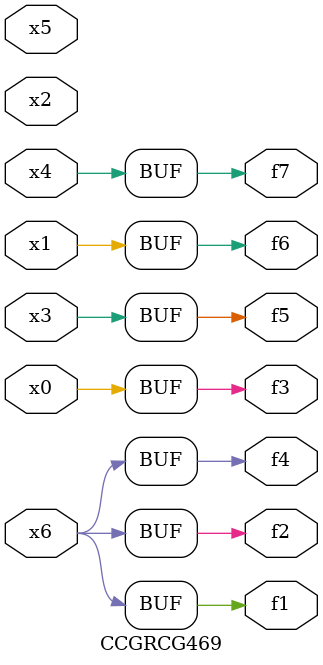
<source format=v>
module CCGRCG469(
	input x0, x1, x2, x3, x4, x5, x6,
	output f1, f2, f3, f4, f5, f6, f7
);
	assign f1 = x6;
	assign f2 = x6;
	assign f3 = x0;
	assign f4 = x6;
	assign f5 = x3;
	assign f6 = x1;
	assign f7 = x4;
endmodule

</source>
